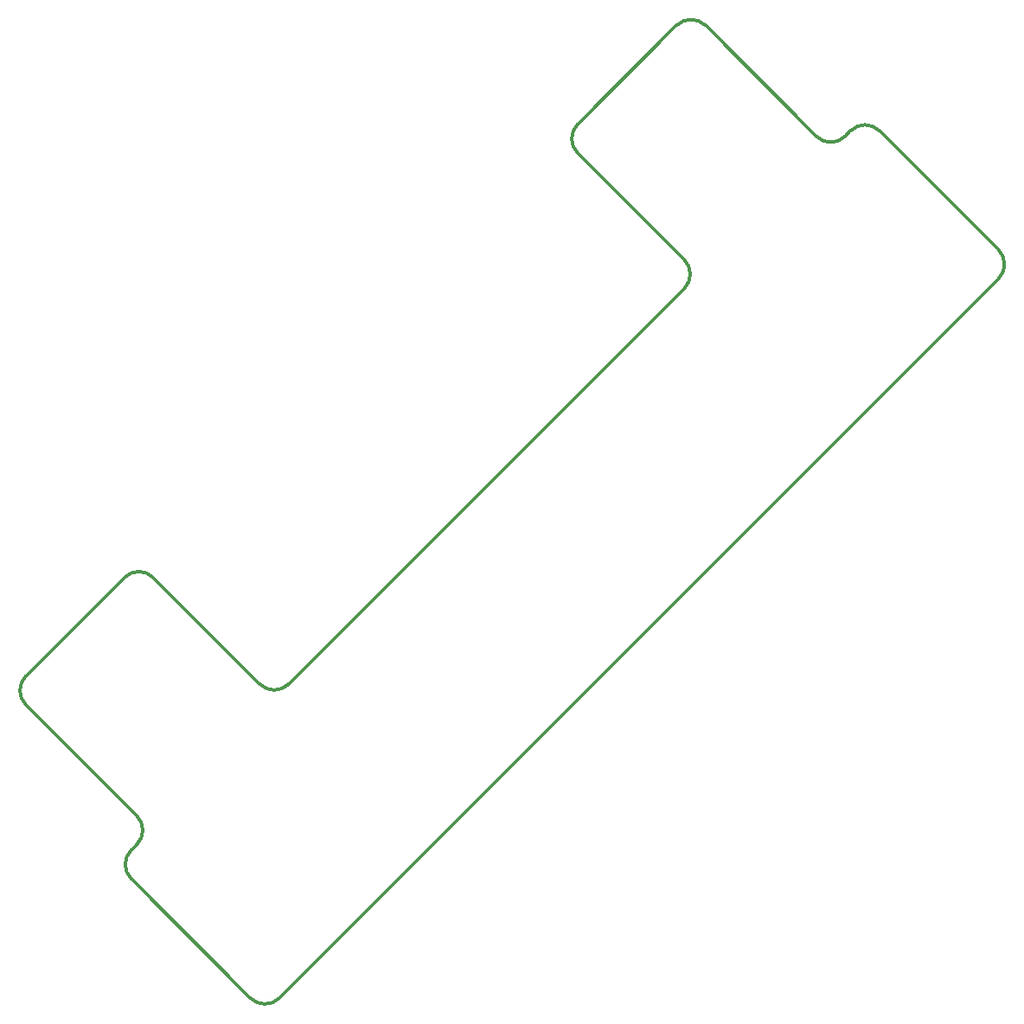
<source format=gm1>
G04 #@! TF.GenerationSoftware,KiCad,Pcbnew,8.0.5*
G04 #@! TF.CreationDate,2024-09-29T21:28:28+09:00*
G04 #@! TF.ProjectId,SandyLP_Plate_Base_Center,53616e64-794c-4505-9f50-6c6174655f42,v.0*
G04 #@! TF.SameCoordinates,Original*
G04 #@! TF.FileFunction,Profile,NP*
%FSLAX46Y46*%
G04 Gerber Fmt 4.6, Leading zero omitted, Abs format (unit mm)*
G04 Created by KiCad (PCBNEW 8.0.5) date 2024-09-29 21:28:28*
%MOMM*%
%LPD*%
G01*
G04 APERTURE LIST*
G04 #@! TA.AperFunction,Profile*
%ADD10C,0.300000*%
G04 #@! TD*
G04 APERTURE END LIST*
D10*
X126139386Y-131806234D02*
X137796630Y-143463478D01*
X126139386Y-128977807D02*
X126678555Y-128438638D01*
X115827706Y-114759363D02*
X126678555Y-125610211D01*
X115827706Y-111930935D02*
X125463084Y-102295558D01*
X128291511Y-102295558D02*
X138721364Y-112725411D01*
X180268307Y-74006895D02*
X141549792Y-112725411D01*
X169838454Y-60748615D02*
X180268307Y-71178468D01*
X179509200Y-48249351D02*
X169838454Y-57920188D01*
X182337627Y-48249351D02*
X193188475Y-59100200D01*
X196556071Y-58561031D02*
X196016903Y-59100200D01*
X211041903Y-73046633D02*
X140625057Y-143463478D01*
X199384499Y-58561031D02*
X211041903Y-70218206D01*
X126139386Y-131806234D02*
G75*
G02*
X126139397Y-128977819I1414093J1414202D01*
G01*
X140625057Y-143463478D02*
G75*
G02*
X137796628Y-143463481I-1414216J1414367D01*
G01*
X115827706Y-114759363D02*
G75*
G02*
X115827659Y-111930888I1414318J1414261D01*
G01*
X126678555Y-125610211D02*
G75*
G02*
X126678567Y-128438649I-1414334J-1414225D01*
G01*
X125463084Y-102295558D02*
G75*
G02*
X128291557Y-102295511I1414260J-1414224D01*
G01*
X141549792Y-112725411D02*
G75*
G02*
X138721382Y-112725393I-1414196J1414231D01*
G01*
X169838454Y-60748615D02*
G75*
G02*
X169838499Y-57920234I1414224J1414168D01*
G01*
X180268307Y-71178468D02*
G75*
G02*
X180268324Y-74006912I-1414231J-1414231D01*
G01*
X179509200Y-48249351D02*
G75*
G02*
X182337637Y-48249340I1414224J-1414350D01*
G01*
X196016903Y-59100200D02*
G75*
G02*
X193188474Y-59100201I-1414215J1414372D01*
G01*
X196556071Y-58561031D02*
G75*
G02*
X199384498Y-58561032I1414213J-1414338D01*
G01*
X211041903Y-70218206D02*
G75*
G02*
X211041932Y-73046662I-1414116J-1414242D01*
G01*
M02*

</source>
